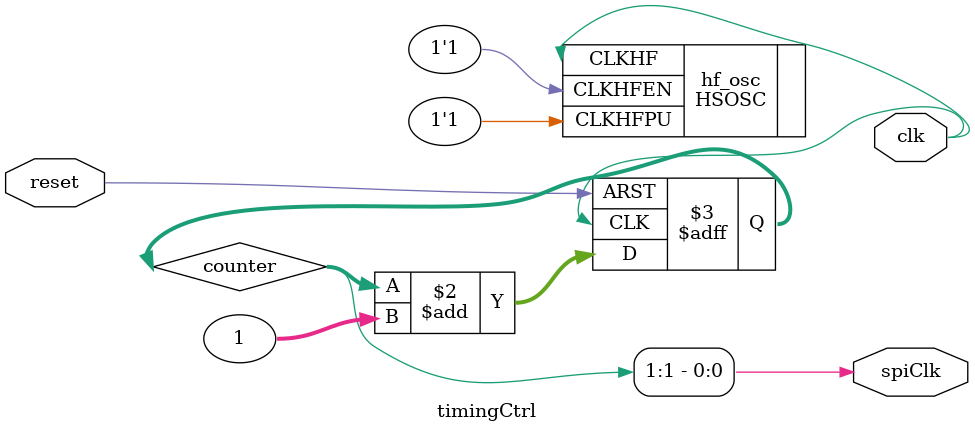
<source format=sv>
module top(input logic rst, msck,  mCS, msdi,
           output logic sck, sdo, CS, LDAC,
		   output logic [7:0] volVal
);

	logic clk, start, spiClk, mcuDone;
	logic [15:0] recVal, capturedVal;
	logic [7:0] voltageVal;
	logic [3:0] note, waveCar, waveMod;
	logic [5:0] fmBeta, fmOffset, filterSet, unused;
	
	
	timingCtrl clkGen(rst, clk, spiClk);
	spiMcu readMCU(rst, msck, mCS, msdi, recVal, mcuDone);
	memory setMem(clk, rst, capturedVal, note, waveMod, waveCar , fmBeta, fmOffset, filterSet, unused);
	waveFetcherFM voltageGetter(clk, rst, note, waveMod, waveCar,  fmBeta, fmOffset, start, voltageVal);
	spiDac toSpeak(rst, clk, spiClk, start, sck, sdo, CS, LDAC, voltageVal);
	
	// spi capture reg, should this be in another block? 
	 always_ff @(posedge clk, posedge rst)begin
        if (rst) begin
			capturedVal <=0;
			end
		else if (mcuDone) begin
			capturedVal <= recVal;
			end
		end
	
	//assign testNote = 4'b0010;

	assign volVal = voltageVal; // for simulation purposes
	//assign rst = 0;
endmodule

module timingCtrl(input logic reset,
					output logic clk , spiClk);
		logic [31:0] counter;
	// Internal high-speed oscillator @12MHz
   HSOSC #(.CLKHF_DIV(2'b10)) 
         hf_osc (.CLKHFPU(1'b1), .CLKHFEN(1'b1), .CLKHF(clk));
		 
		 // Simple clock divider for lower clock freqs, unused.
	always_ff @(posedge clk, posedge reset)
		begin
			if (reset) counter<=0;
			else counter <= counter + 1;
		end
		
		assign spiClk = counter[1];
endmodule
</source>
